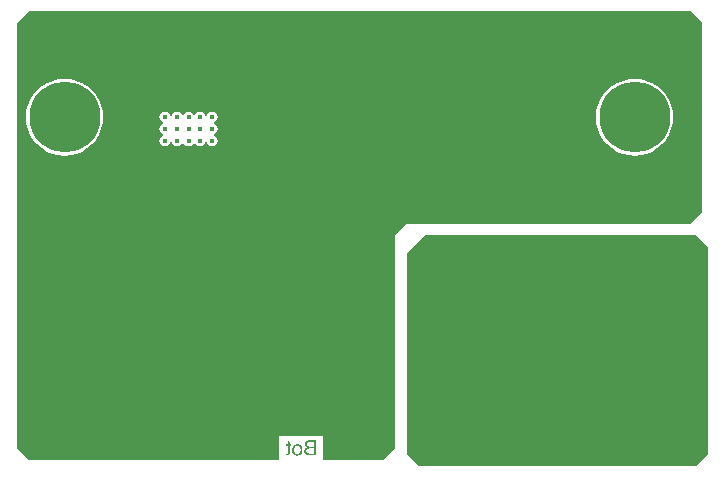
<source format=gbl>
G04*
G04 #@! TF.GenerationSoftware,Altium Limited,Altium Designer,20.0.2 (26)*
G04*
G04 Layer_Physical_Order=2*
G04 Layer_Color=16711680*
%FSLAX25Y25*%
%MOIN*%
G70*
G01*
G75*
%ADD45C,0.23622*%
%ADD46C,0.02362*%
%ADD47C,0.01575*%
G36*
X232283Y149606D02*
Y86614D01*
X228346Y82677D01*
X133858D01*
X129921Y78740D01*
Y7874D01*
X125984Y3937D01*
X105905D01*
X105905Y11811D01*
X91339D01*
X91339Y3937D01*
X7874D01*
X3937Y7874D01*
Y149606D01*
X7874Y153543D01*
X228346D01*
X232283Y149606D01*
D02*
G37*
G36*
X234252Y74803D02*
Y5906D01*
X230315Y1969D01*
X137795D01*
X133858Y5906D01*
Y72835D01*
X139764Y78740D01*
X230315D01*
X234252Y74803D01*
D02*
G37*
G36*
X94745Y9955D02*
Y9051D01*
X95205D01*
Y8569D01*
X94745D01*
Y6455D01*
Y6353D01*
Y6266D01*
X94738Y6186D01*
X94731Y6106D01*
Y6040D01*
X94724Y5982D01*
X94709Y5887D01*
X94695Y5814D01*
X94687Y5763D01*
X94673Y5734D01*
Y5726D01*
X94643Y5661D01*
X94600Y5610D01*
X94556Y5559D01*
X94520Y5522D01*
X94476Y5486D01*
X94447Y5464D01*
X94425Y5449D01*
X94418Y5442D01*
X94337Y5406D01*
X94257Y5384D01*
X94170Y5362D01*
X94082Y5355D01*
X94009Y5347D01*
X93951Y5340D01*
X93893D01*
X93732Y5347D01*
X93652Y5355D01*
X93579Y5369D01*
X93514Y5376D01*
X93463Y5384D01*
X93433Y5391D01*
X93419D01*
X93499Y5938D01*
X93557Y5931D01*
X93616Y5923D01*
X93667D01*
X93703Y5916D01*
X93776D01*
X93871Y5923D01*
X93936Y5938D01*
X93973Y5952D01*
X93987Y5960D01*
X94038Y5996D01*
X94068Y6033D01*
X94089Y6062D01*
X94097Y6076D01*
X94104Y6113D01*
X94111Y6164D01*
X94119Y6280D01*
X94126Y6331D01*
Y6375D01*
Y6404D01*
Y6419D01*
Y8569D01*
X93499D01*
Y9051D01*
X94126D01*
Y10326D01*
X94745Y9955D01*
D02*
G37*
G36*
X103421Y5391D02*
X101496D01*
X101321Y5398D01*
X101168Y5406D01*
X101030Y5420D01*
X100913Y5435D01*
X100818Y5449D01*
X100745Y5457D01*
X100701Y5471D01*
X100687D01*
X100563Y5508D01*
X100461Y5544D01*
X100366Y5588D01*
X100286Y5632D01*
X100220Y5661D01*
X100169Y5690D01*
X100140Y5712D01*
X100133Y5719D01*
X100053Y5785D01*
X99980Y5865D01*
X99921Y5945D01*
X99863Y6018D01*
X99819Y6091D01*
X99790Y6142D01*
X99768Y6178D01*
X99761Y6193D01*
X99710Y6310D01*
X99674Y6426D01*
X99644Y6536D01*
X99630Y6638D01*
X99615Y6725D01*
X99608Y6798D01*
Y6842D01*
Y6849D01*
Y6856D01*
X99615Y7017D01*
X99644Y7163D01*
X99688Y7287D01*
X99732Y7403D01*
X99776Y7491D01*
X99819Y7556D01*
X99849Y7600D01*
X99856Y7615D01*
X99958Y7731D01*
X100067Y7826D01*
X100191Y7906D01*
X100301Y7972D01*
X100403Y8023D01*
X100490Y8052D01*
X100519Y8066D01*
X100541Y8074D01*
X100556Y8081D01*
X100563D01*
X100439Y8154D01*
X100330Y8227D01*
X100242Y8307D01*
X100169Y8380D01*
X100111Y8438D01*
X100067Y8497D01*
X100045Y8526D01*
X100038Y8540D01*
X99980Y8650D01*
X99936Y8752D01*
X99900Y8854D01*
X99878Y8949D01*
X99863Y9029D01*
X99856Y9094D01*
Y9131D01*
Y9145D01*
X99863Y9269D01*
X99885Y9393D01*
X99921Y9503D01*
X99958Y9605D01*
X99994Y9692D01*
X100031Y9751D01*
X100053Y9794D01*
X100060Y9809D01*
X100140Y9918D01*
X100228Y10020D01*
X100322Y10100D01*
X100410Y10166D01*
X100483Y10217D01*
X100548Y10254D01*
X100592Y10275D01*
X100599Y10283D01*
X100607D01*
X100745Y10334D01*
X100898Y10370D01*
X101051Y10399D01*
X101197Y10414D01*
X101328Y10428D01*
X101387D01*
X101438Y10436D01*
X103421D01*
Y5391D01*
D02*
G37*
G36*
X97414Y9123D02*
X97530Y9116D01*
X97756Y9065D01*
X97953Y9000D01*
X98041Y8963D01*
X98121Y8927D01*
X98194Y8890D01*
X98252Y8854D01*
X98310Y8817D01*
X98354Y8788D01*
X98391Y8759D01*
X98420Y8737D01*
X98434Y8730D01*
X98442Y8723D01*
X98544Y8628D01*
X98624Y8518D01*
X98704Y8402D01*
X98762Y8285D01*
X98821Y8161D01*
X98864Y8030D01*
X98901Y7906D01*
X98930Y7790D01*
X98959Y7673D01*
X98974Y7571D01*
X98988Y7469D01*
X98996Y7389D01*
Y7316D01*
X99003Y7265D01*
Y7235D01*
Y7221D01*
X98996Y7053D01*
X98981Y6893D01*
X98959Y6747D01*
X98930Y6609D01*
X98894Y6485D01*
X98857Y6368D01*
X98813Y6259D01*
X98770Y6164D01*
X98726Y6076D01*
X98682Y6003D01*
X98646Y5945D01*
X98609Y5894D01*
X98580Y5850D01*
X98558Y5821D01*
X98544Y5807D01*
X98536Y5799D01*
X98442Y5712D01*
X98347Y5639D01*
X98245Y5573D01*
X98143Y5515D01*
X98041Y5471D01*
X97931Y5427D01*
X97734Y5369D01*
X97647Y5355D01*
X97559Y5340D01*
X97487Y5325D01*
X97421Y5318D01*
X97363Y5311D01*
X97290D01*
X97115Y5318D01*
X96954Y5347D01*
X96801Y5384D01*
X96677Y5420D01*
X96568Y5464D01*
X96524Y5478D01*
X96488Y5493D01*
X96451Y5508D01*
X96430Y5522D01*
X96422Y5530D01*
X96415D01*
X96269Y5624D01*
X96145Y5726D01*
X96036Y5829D01*
X95948Y5931D01*
X95883Y6018D01*
X95832Y6091D01*
X95817Y6120D01*
X95803Y6142D01*
X95795Y6149D01*
Y6157D01*
X95722Y6324D01*
X95671Y6506D01*
X95628Y6689D01*
X95606Y6871D01*
X95591Y6951D01*
Y7024D01*
X95584Y7097D01*
X95577Y7155D01*
Y7206D01*
Y7243D01*
Y7265D01*
Y7272D01*
X95584Y7432D01*
X95599Y7578D01*
X95620Y7717D01*
X95649Y7848D01*
X95686Y7972D01*
X95730Y8081D01*
X95773Y8190D01*
X95817Y8278D01*
X95861Y8358D01*
X95905Y8431D01*
X95948Y8497D01*
X95985Y8548D01*
X96014Y8584D01*
X96036Y8613D01*
X96051Y8628D01*
X96058Y8635D01*
X96153Y8723D01*
X96247Y8795D01*
X96349Y8868D01*
X96451Y8919D01*
X96553Y8970D01*
X96655Y9007D01*
X96852Y9072D01*
X96947Y9087D01*
X97027Y9102D01*
X97100Y9116D01*
X97166Y9123D01*
X97217Y9131D01*
X97290D01*
X97414Y9123D01*
D02*
G37*
%LPC*%
G36*
X68898Y119933D02*
X68200Y119794D01*
X67609Y119399D01*
X67214Y118808D01*
X67184Y118657D01*
X66674D01*
X66644Y118808D01*
X66249Y119399D01*
X65658Y119794D01*
X64961Y119933D01*
X64263Y119794D01*
X63672Y119399D01*
X63277Y118808D01*
X63247Y118657D01*
X62737D01*
X62707Y118808D01*
X62312Y119399D01*
X61721Y119794D01*
X61024Y119933D01*
X60326Y119794D01*
X59735Y119399D01*
X59340Y118808D01*
X59310Y118657D01*
X58800D01*
X58770Y118808D01*
X58375Y119399D01*
X57784Y119794D01*
X57087Y119933D01*
X56389Y119794D01*
X55798Y119399D01*
X55403Y118808D01*
X55373Y118657D01*
X54863D01*
X54833Y118808D01*
X54438Y119399D01*
X53847Y119794D01*
X53150Y119933D01*
X52452Y119794D01*
X51861Y119399D01*
X51466Y118808D01*
X51327Y118110D01*
X51466Y117413D01*
X51861Y116822D01*
X52452Y116427D01*
X52602Y116397D01*
Y115887D01*
X52452Y115857D01*
X51861Y115462D01*
X51466Y114871D01*
X51327Y114173D01*
X51466Y113476D01*
X51861Y112885D01*
X52452Y112489D01*
X52602Y112460D01*
Y111950D01*
X52452Y111920D01*
X51861Y111525D01*
X51466Y110934D01*
X51327Y110236D01*
X51466Y109539D01*
X51861Y108948D01*
X52452Y108553D01*
X53150Y108414D01*
X53847Y108553D01*
X54438Y108948D01*
X54833Y109539D01*
X54863Y109689D01*
X55373D01*
X55403Y109539D01*
X55798Y108948D01*
X56389Y108553D01*
X57087Y108414D01*
X57784Y108553D01*
X58375Y108948D01*
X58770Y109539D01*
X58800Y109689D01*
X59310D01*
X59340Y109539D01*
X59735Y108948D01*
X60326Y108553D01*
X61024Y108414D01*
X61721Y108553D01*
X62312Y108948D01*
X62707Y109539D01*
X62737Y109689D01*
X63247D01*
X63277Y109539D01*
X63672Y108948D01*
X64263Y108553D01*
X64961Y108414D01*
X65658Y108553D01*
X66249Y108948D01*
X66644Y109539D01*
X66674Y109689D01*
X67184D01*
X67214Y109539D01*
X67609Y108948D01*
X68200Y108553D01*
X68898Y108414D01*
X69595Y108553D01*
X70186Y108948D01*
X70581Y109539D01*
X70720Y110236D01*
X70581Y110934D01*
X70186Y111525D01*
X69595Y111920D01*
X69445Y111950D01*
Y112460D01*
X69595Y112489D01*
X70186Y112885D01*
X70581Y113476D01*
X70720Y114173D01*
X70581Y114871D01*
X70186Y115462D01*
X69595Y115857D01*
X69445Y115887D01*
Y116397D01*
X69595Y116427D01*
X70186Y116822D01*
X70581Y117413D01*
X70720Y118110D01*
X70581Y118808D01*
X70186Y119399D01*
X69595Y119794D01*
X68898Y119933D01*
D02*
G37*
G36*
X209700Y130961D02*
X207690Y130803D01*
X205729Y130332D01*
X203866Y129560D01*
X202147Y128507D01*
X200613Y127197D01*
X199304Y125664D01*
X198250Y123944D01*
X197478Y122081D01*
X197008Y120121D01*
X196849Y118110D01*
X197008Y116100D01*
X197478Y114139D01*
X198250Y112276D01*
X199304Y110557D01*
X200613Y109023D01*
X202147Y107714D01*
X203866Y106660D01*
X205729Y105889D01*
X207690Y105418D01*
X209700Y105260D01*
X211710Y105418D01*
X213671Y105889D01*
X215534Y106660D01*
X217253Y107714D01*
X218787Y109023D01*
X220096Y110557D01*
X221150Y112276D01*
X221922Y114139D01*
X222392Y116100D01*
X222551Y118110D01*
X222392Y120121D01*
X221922Y122081D01*
X221150Y123944D01*
X220096Y125664D01*
X218787Y127197D01*
X217253Y128507D01*
X215534Y129560D01*
X213671Y130332D01*
X211710Y130803D01*
X209700Y130961D01*
D02*
G37*
G36*
X19685D02*
X17675Y130803D01*
X15714Y130332D01*
X13851Y129560D01*
X12132Y128507D01*
X10598Y127197D01*
X9289Y125664D01*
X8235Y123944D01*
X7463Y122081D01*
X6993Y120121D01*
X6834Y118110D01*
X6993Y116100D01*
X7463Y114139D01*
X8235Y112276D01*
X9289Y110557D01*
X10598Y109023D01*
X12132Y107714D01*
X13851Y106660D01*
X15714Y105889D01*
X17675Y105418D01*
X19685Y105260D01*
X21695Y105418D01*
X23656Y105889D01*
X25519Y106660D01*
X27239Y107714D01*
X28772Y109023D01*
X30081Y110557D01*
X31135Y112276D01*
X31907Y114139D01*
X32377Y116100D01*
X32536Y118110D01*
X32377Y120121D01*
X31907Y122081D01*
X31135Y123944D01*
X30081Y125664D01*
X28772Y127197D01*
X27239Y128507D01*
X25519Y129560D01*
X23656Y130332D01*
X21695Y130803D01*
X19685Y130961D01*
D02*
G37*
G36*
X102750Y9838D02*
X101554D01*
X101394Y9823D01*
X101270Y9816D01*
X101161Y9802D01*
X101081Y9787D01*
X101030Y9780D01*
X100993Y9765D01*
X100986D01*
X100906Y9736D01*
X100833Y9692D01*
X100774Y9648D01*
X100723Y9605D01*
X100687Y9568D01*
X100658Y9532D01*
X100643Y9510D01*
X100636Y9503D01*
X100592Y9430D01*
X100563Y9357D01*
X100541Y9284D01*
X100526Y9211D01*
X100519Y9153D01*
X100512Y9109D01*
Y9080D01*
Y9065D01*
X100519Y8970D01*
X100534Y8883D01*
X100556Y8810D01*
X100577Y8752D01*
X100599Y8701D01*
X100621Y8657D01*
X100636Y8635D01*
X100643Y8628D01*
X100694Y8569D01*
X100760Y8511D01*
X100825Y8467D01*
X100884Y8438D01*
X100942Y8409D01*
X100986Y8387D01*
X101015Y8380D01*
X101030Y8373D01*
X101110Y8358D01*
X101212Y8343D01*
X101314Y8336D01*
X101416Y8329D01*
X101511Y8322D01*
X102750D01*
Y9838D01*
D02*
G37*
G36*
Y7724D02*
X101423D01*
X101270Y7709D01*
X101146Y7695D01*
X101044Y7680D01*
X100964Y7666D01*
X100898Y7651D01*
X100869Y7644D01*
X100855Y7636D01*
X100760Y7600D01*
X100680Y7556D01*
X100607Y7505D01*
X100548Y7454D01*
X100505Y7410D01*
X100476Y7374D01*
X100454Y7345D01*
X100446Y7338D01*
X100395Y7257D01*
X100359Y7177D01*
X100330Y7097D01*
X100315Y7024D01*
X100301Y6958D01*
X100293Y6900D01*
Y6871D01*
Y6856D01*
X100301Y6769D01*
X100308Y6681D01*
X100322Y6609D01*
X100344Y6550D01*
X100366Y6499D01*
X100381Y6455D01*
X100388Y6434D01*
X100395Y6426D01*
X100439Y6361D01*
X100476Y6302D01*
X100526Y6259D01*
X100563Y6215D01*
X100599Y6186D01*
X100629Y6164D01*
X100650Y6149D01*
X100658Y6142D01*
X100782Y6084D01*
X100906Y6040D01*
X100957Y6025D01*
X101000Y6018D01*
X101030Y6011D01*
X101037D01*
X101095Y6003D01*
X101161Y5996D01*
X101314Y5989D01*
X102750D01*
Y7724D01*
D02*
G37*
G36*
X97334Y8620D02*
X97290D01*
X97202Y8613D01*
X97122Y8606D01*
X96976Y8569D01*
X96845Y8511D01*
X96736Y8446D01*
X96648Y8380D01*
X96583Y8329D01*
X96539Y8285D01*
X96524Y8278D01*
Y8271D01*
X96466Y8205D01*
X96422Y8125D01*
X96342Y7964D01*
X96284Y7790D01*
X96247Y7629D01*
X96225Y7476D01*
X96218Y7410D01*
Y7352D01*
X96211Y7308D01*
Y7272D01*
Y7250D01*
Y7243D01*
Y7112D01*
X96225Y6988D01*
X96240Y6878D01*
X96262Y6769D01*
X96284Y6674D01*
X96313Y6587D01*
X96335Y6506D01*
X96364Y6434D01*
X96393Y6375D01*
X96422Y6317D01*
X96451Y6273D01*
X96473Y6237D01*
X96495Y6208D01*
X96510Y6186D01*
X96517Y6178D01*
X96524Y6171D01*
X96583Y6113D01*
X96648Y6054D01*
X96772Y5967D01*
X96903Y5909D01*
X97020Y5865D01*
X97129Y5843D01*
X97210Y5829D01*
X97246Y5821D01*
X97290D01*
X97377Y5829D01*
X97457Y5836D01*
X97610Y5872D01*
X97742Y5931D01*
X97851Y5996D01*
X97939Y6054D01*
X98004Y6113D01*
X98048Y6149D01*
X98055Y6164D01*
X98062D01*
X98114Y6237D01*
X98164Y6310D01*
X98238Y6477D01*
X98296Y6652D01*
X98332Y6827D01*
X98354Y6980D01*
X98361Y7046D01*
Y7104D01*
X98369Y7155D01*
Y7192D01*
Y7214D01*
Y7221D01*
X98361Y7345D01*
X98354Y7469D01*
X98339Y7578D01*
X98318Y7680D01*
X98296Y7775D01*
X98274Y7862D01*
X98245Y7935D01*
X98216Y8008D01*
X98186Y8066D01*
X98157Y8125D01*
X98135Y8169D01*
X98114Y8205D01*
X98092Y8234D01*
X98077Y8256D01*
X98062Y8263D01*
Y8271D01*
X98004Y8329D01*
X97939Y8387D01*
X97815Y8475D01*
X97683Y8533D01*
X97559Y8577D01*
X97450Y8606D01*
X97370Y8613D01*
X97334Y8620D01*
D02*
G37*
%LPD*%
D45*
X209700Y34300D02*
D03*
Y118110D02*
D03*
X19685Y34300D02*
D03*
Y118110D02*
D03*
D46*
X228347Y98425D02*
D03*
X230315Y94488D02*
D03*
X228347Y90551D02*
D03*
X230315Y86614D02*
D03*
X224410Y98425D02*
D03*
X226378Y94488D02*
D03*
X224410Y90551D02*
D03*
X226378Y86614D02*
D03*
X220473Y98425D02*
D03*
X222441Y94488D02*
D03*
X220473Y90551D02*
D03*
X222441Y86614D02*
D03*
X216536Y98425D02*
D03*
X218504Y94488D02*
D03*
X216536Y90551D02*
D03*
X218504Y86614D02*
D03*
X212599Y98425D02*
D03*
X214567Y94488D02*
D03*
X212599Y90551D02*
D03*
X214567Y86614D02*
D03*
X208662Y98425D02*
D03*
X210630Y94488D02*
D03*
X208662Y90551D02*
D03*
X210630Y86614D02*
D03*
X204725Y98425D02*
D03*
X206693Y94488D02*
D03*
X204725Y90551D02*
D03*
X206693Y86614D02*
D03*
X200788Y98425D02*
D03*
X202756Y94488D02*
D03*
X200788Y90551D02*
D03*
X202756Y86614D02*
D03*
X196851Y98425D02*
D03*
X198819Y94488D02*
D03*
X196851Y90551D02*
D03*
X198819Y86614D02*
D03*
X192914Y98425D02*
D03*
X194882Y94488D02*
D03*
X192914Y90551D02*
D03*
X194882Y86614D02*
D03*
X190945Y94488D02*
D03*
X188977Y90551D02*
D03*
X190945Y86614D02*
D03*
X185040Y90551D02*
D03*
X187008Y86614D02*
D03*
X181103Y90551D02*
D03*
X183071Y86614D02*
D03*
X177166Y90551D02*
D03*
X179134Y86614D02*
D03*
X173229Y90551D02*
D03*
X175197Y86614D02*
D03*
X169292Y90551D02*
D03*
X171260Y86614D02*
D03*
X165355Y90551D02*
D03*
X167323Y86614D02*
D03*
X161418Y90551D02*
D03*
X163386Y86614D02*
D03*
X157481Y90551D02*
D03*
X159449Y86614D02*
D03*
X153544Y90551D02*
D03*
X155512Y86614D02*
D03*
X149607Y98425D02*
D03*
X151575Y94488D02*
D03*
X149607Y90551D02*
D03*
X151575Y86614D02*
D03*
X127953Y31496D02*
D03*
X125985Y27559D02*
D03*
X127953Y23622D02*
D03*
X125985Y19685D02*
D03*
X127953Y15748D02*
D03*
X125985Y11811D02*
D03*
X124016Y31496D02*
D03*
X122048Y27559D02*
D03*
X124016Y23622D02*
D03*
X122048Y19685D02*
D03*
X124016Y15748D02*
D03*
X122048Y11811D02*
D03*
X120079Y31496D02*
D03*
X118111Y27559D02*
D03*
X120079Y23622D02*
D03*
X118111Y19685D02*
D03*
X120079Y15748D02*
D03*
X118111Y11811D02*
D03*
X116142Y31496D02*
D03*
X114173Y27559D02*
D03*
X116142Y23622D02*
D03*
X114173Y19685D02*
D03*
X116142Y15748D02*
D03*
X114173Y11811D02*
D03*
X110237Y43307D02*
D03*
Y35433D02*
D03*
X112205Y31496D02*
D03*
X110237Y27559D02*
D03*
X112205Y23622D02*
D03*
X110237Y19685D02*
D03*
X112205Y15748D02*
D03*
X110237Y11811D02*
D03*
X106299Y59055D02*
D03*
Y51181D02*
D03*
Y43307D02*
D03*
X108268Y39370D02*
D03*
X106299Y35433D02*
D03*
X108268Y31496D02*
D03*
X106299Y27559D02*
D03*
X108268Y23622D02*
D03*
X106299Y19685D02*
D03*
X108268Y15748D02*
D03*
X104331Y62992D02*
D03*
X102363Y59055D02*
D03*
X104331Y55118D02*
D03*
X102363Y51181D02*
D03*
X104331Y47244D02*
D03*
X102363Y43307D02*
D03*
X104331Y39370D02*
D03*
X102363Y35433D02*
D03*
X104331Y31496D02*
D03*
X102363Y27559D02*
D03*
X104331Y23622D02*
D03*
X102363Y19685D02*
D03*
X104331Y15748D02*
D03*
X100394Y55118D02*
D03*
X98426Y51181D02*
D03*
X100394Y47244D02*
D03*
X98426Y43307D02*
D03*
X100394Y39370D02*
D03*
X98426Y35433D02*
D03*
X100394Y31496D02*
D03*
X98426Y27559D02*
D03*
X100394Y23622D02*
D03*
X98426Y19685D02*
D03*
X100394Y15748D02*
D03*
X96457Y55118D02*
D03*
Y47244D02*
D03*
X94489Y43307D02*
D03*
X96457Y39370D02*
D03*
X94489Y35433D02*
D03*
X96457Y31496D02*
D03*
X94489Y27559D02*
D03*
X96457Y23622D02*
D03*
X94489Y19685D02*
D03*
X96457Y15748D02*
D03*
X92520Y55118D02*
D03*
X90552Y43307D02*
D03*
X92520Y39370D02*
D03*
Y31496D02*
D03*
X90552Y27559D02*
D03*
X92520Y23622D02*
D03*
X90552Y19685D02*
D03*
X92520Y15748D02*
D03*
X86615Y59055D02*
D03*
X88583Y55118D02*
D03*
X86615Y43307D02*
D03*
X88583Y31496D02*
D03*
X86615Y27559D02*
D03*
X88583Y23622D02*
D03*
X86615Y19685D02*
D03*
X88583Y15748D02*
D03*
X86615Y11811D02*
D03*
X84646Y55118D02*
D03*
X82677Y43307D02*
D03*
X84646Y31496D02*
D03*
X82677Y27559D02*
D03*
X84646Y23622D02*
D03*
X82677Y19685D02*
D03*
X84646Y15748D02*
D03*
X82677Y11811D02*
D03*
X80709Y55118D02*
D03*
X78740Y43307D02*
D03*
X80709Y31496D02*
D03*
X78740Y27559D02*
D03*
X80709Y23622D02*
D03*
X78740Y19685D02*
D03*
X80709Y15748D02*
D03*
X78740Y11811D02*
D03*
X76772Y55118D02*
D03*
X74803Y43307D02*
D03*
X76772Y31496D02*
D03*
X74803Y27559D02*
D03*
X76772Y23622D02*
D03*
X74803Y19685D02*
D03*
X76772Y15748D02*
D03*
X74803Y11811D02*
D03*
X70866Y59055D02*
D03*
X72835Y55118D02*
D03*
X70866Y43307D02*
D03*
X72835Y31496D02*
D03*
X70866Y27559D02*
D03*
X72835Y23622D02*
D03*
X70866Y19685D02*
D03*
X72835Y15748D02*
D03*
X70866Y11811D02*
D03*
X68898Y62992D02*
D03*
X66929Y59055D02*
D03*
X68898Y55118D02*
D03*
X66929Y43307D02*
D03*
X68898Y31496D02*
D03*
Y23622D02*
D03*
Y15748D02*
D03*
X64961Y62992D02*
D03*
X62992Y59055D02*
D03*
X64961Y55118D02*
D03*
X62992Y43307D02*
D03*
X64961Y31496D02*
D03*
X61024Y62992D02*
D03*
X59055Y59055D02*
D03*
X61024Y55118D02*
D03*
X59055Y43307D02*
D03*
X61024Y31496D02*
D03*
X57087Y62992D02*
D03*
X55118Y59055D02*
D03*
X57087Y55118D02*
D03*
X55118Y43307D02*
D03*
X57087Y31496D02*
D03*
X53150Y62992D02*
D03*
X51181Y59055D02*
D03*
X53150Y55118D02*
D03*
X51181Y51181D02*
D03*
X53150Y47244D02*
D03*
X51181Y43307D02*
D03*
X53150Y39370D02*
D03*
Y31496D02*
D03*
X49213Y62992D02*
D03*
X47244Y59055D02*
D03*
X49213Y55118D02*
D03*
X47244Y51181D02*
D03*
X49213Y47244D02*
D03*
X47244Y43307D02*
D03*
X49213Y39370D02*
D03*
Y31496D02*
D03*
X45276Y62992D02*
D03*
X43307Y59055D02*
D03*
X45276Y55118D02*
D03*
X43307Y51181D02*
D03*
Y43307D02*
D03*
X45276Y39370D02*
D03*
X43307Y35433D02*
D03*
X45276Y31496D02*
D03*
X43307Y19685D02*
D03*
X41339Y62992D02*
D03*
X39370Y59055D02*
D03*
X41339Y55118D02*
D03*
Y47244D02*
D03*
X39370Y35433D02*
D03*
X41339Y31496D02*
D03*
X39370Y27559D02*
D03*
X41339Y23622D02*
D03*
X39370Y19685D02*
D03*
X41339Y15748D02*
D03*
X39370Y11811D02*
D03*
X35433Y59055D02*
D03*
Y51181D02*
D03*
X37402Y47244D02*
D03*
X35433Y43307D02*
D03*
X37402Y39370D02*
D03*
X35433Y35433D02*
D03*
X37402Y31496D02*
D03*
X35433Y27559D02*
D03*
X37402Y23622D02*
D03*
X35433Y19685D02*
D03*
X37402Y15748D02*
D03*
X35433Y11811D02*
D03*
X33465Y62992D02*
D03*
X31496Y59055D02*
D03*
X33465Y55118D02*
D03*
X31496Y43307D02*
D03*
X33465Y39370D02*
D03*
Y31496D02*
D03*
Y23622D02*
D03*
X31496Y19685D02*
D03*
X33465Y15748D02*
D03*
X31496Y11811D02*
D03*
X27559Y59055D02*
D03*
Y51181D02*
D03*
X29528Y47244D02*
D03*
Y23622D02*
D03*
X27559Y19685D02*
D03*
X29528Y15748D02*
D03*
X27559Y11811D02*
D03*
X25591Y62992D02*
D03*
X23622Y59055D02*
D03*
X25591Y55118D02*
D03*
X23622Y51181D02*
D03*
X25591Y47244D02*
D03*
X23622Y19685D02*
D03*
X25591Y15748D02*
D03*
X23622Y11811D02*
D03*
X21654Y62992D02*
D03*
X19685Y59055D02*
D03*
X21654Y55118D02*
D03*
X19685Y51181D02*
D03*
Y19685D02*
D03*
X21654Y15748D02*
D03*
X19685Y11811D02*
D03*
X17717Y62992D02*
D03*
X15748Y59055D02*
D03*
X17717Y55118D02*
D03*
X15748Y51181D02*
D03*
Y19685D02*
D03*
X17717Y15748D02*
D03*
X15748Y11811D02*
D03*
X13780Y62992D02*
D03*
X11811Y59055D02*
D03*
X13780Y55118D02*
D03*
X11811Y51181D02*
D03*
X13780Y47244D02*
D03*
X11811Y19685D02*
D03*
X13780Y15748D02*
D03*
X11811Y11811D02*
D03*
X232284Y70866D02*
D03*
Y62992D02*
D03*
Y55118D02*
D03*
Y47244D02*
D03*
Y39370D02*
D03*
Y31496D02*
D03*
Y23622D02*
D03*
Y15748D02*
D03*
Y7874D02*
D03*
X230315Y74803D02*
D03*
X228347Y70866D02*
D03*
X230315Y66929D02*
D03*
X228347Y62992D02*
D03*
X230315Y59055D02*
D03*
X228347Y55118D02*
D03*
X230315Y51181D02*
D03*
X228347Y47244D02*
D03*
X230315Y43307D02*
D03*
X228347Y39370D02*
D03*
X230315Y35433D02*
D03*
X228347Y31496D02*
D03*
X230315Y27559D02*
D03*
X228347Y23622D02*
D03*
X230315Y19685D02*
D03*
X228347Y15748D02*
D03*
X230315Y11811D02*
D03*
X228347Y7874D02*
D03*
X226378Y74803D02*
D03*
X224410Y70866D02*
D03*
X226378Y66929D02*
D03*
X224410Y62992D02*
D03*
X226378Y59055D02*
D03*
X224410Y55118D02*
D03*
X226378Y51181D02*
D03*
X224410Y47244D02*
D03*
X226378Y43307D02*
D03*
X224410Y39370D02*
D03*
X226378Y35433D02*
D03*
X224410Y31496D02*
D03*
X226378Y27559D02*
D03*
X224410Y23622D02*
D03*
X226378Y19685D02*
D03*
X224410Y15748D02*
D03*
X226378Y11811D02*
D03*
X224410Y7874D02*
D03*
X222441Y74803D02*
D03*
X220473Y70866D02*
D03*
X222441Y66929D02*
D03*
X220473Y62992D02*
D03*
X222441Y59055D02*
D03*
X220473Y55118D02*
D03*
X222441Y51181D02*
D03*
X220473Y47244D02*
D03*
X222441Y43307D02*
D03*
Y27559D02*
D03*
X220473Y23622D02*
D03*
X222441Y19685D02*
D03*
X220473Y15748D02*
D03*
X222441Y11811D02*
D03*
X220473Y7874D02*
D03*
X218504Y74803D02*
D03*
X216536Y70866D02*
D03*
X218504Y66929D02*
D03*
X216536Y62992D02*
D03*
X218504Y59055D02*
D03*
X216536Y55118D02*
D03*
X218504Y51181D02*
D03*
X216536Y47244D02*
D03*
X218504Y19685D02*
D03*
X216536Y15748D02*
D03*
X218504Y11811D02*
D03*
X216536Y7874D02*
D03*
X214567Y74803D02*
D03*
X212599Y70866D02*
D03*
X214567Y66929D02*
D03*
X212599Y62992D02*
D03*
X214567Y59055D02*
D03*
X212599Y55118D02*
D03*
X214567Y51181D02*
D03*
Y19685D02*
D03*
X212599Y15748D02*
D03*
X214567Y11811D02*
D03*
X212599Y7874D02*
D03*
X210630Y74803D02*
D03*
X208662Y70866D02*
D03*
X210630Y66929D02*
D03*
X208662Y62992D02*
D03*
X210630Y59055D02*
D03*
X208662Y55118D02*
D03*
X210630Y51181D02*
D03*
Y19685D02*
D03*
X208662Y15748D02*
D03*
X210630Y11811D02*
D03*
X208662Y7874D02*
D03*
X206693Y74803D02*
D03*
X204725Y70866D02*
D03*
X206693Y66929D02*
D03*
X204725Y62992D02*
D03*
X206693Y59055D02*
D03*
X204725Y55118D02*
D03*
X206693Y51181D02*
D03*
Y19685D02*
D03*
X204725Y15748D02*
D03*
X206693Y11811D02*
D03*
X204725Y7874D02*
D03*
X202756Y74803D02*
D03*
X200788Y70866D02*
D03*
X202756Y66929D02*
D03*
X200788Y62992D02*
D03*
X202756Y59055D02*
D03*
X200788Y55118D02*
D03*
X202756Y51181D02*
D03*
X200788Y47244D02*
D03*
X202756Y19685D02*
D03*
X200788Y15748D02*
D03*
X202756Y11811D02*
D03*
X200788Y7874D02*
D03*
X198819Y74803D02*
D03*
X196851Y70866D02*
D03*
X198819Y66929D02*
D03*
X196851Y62992D02*
D03*
X198819Y59055D02*
D03*
X196851Y55118D02*
D03*
X198819Y51181D02*
D03*
X196851Y47244D02*
D03*
X198819Y43307D02*
D03*
X196851Y23622D02*
D03*
X198819Y19685D02*
D03*
X196851Y15748D02*
D03*
X198819Y11811D02*
D03*
X196851Y7874D02*
D03*
X194882Y74803D02*
D03*
X192914Y70866D02*
D03*
X194882Y66929D02*
D03*
X192914Y62992D02*
D03*
X194882Y59055D02*
D03*
X192914Y55118D02*
D03*
X194882Y51181D02*
D03*
X192914Y47244D02*
D03*
X194882Y43307D02*
D03*
X192914Y39370D02*
D03*
X194882Y35433D02*
D03*
X192914Y31496D02*
D03*
X194882Y27559D02*
D03*
X192914Y23622D02*
D03*
X194882Y19685D02*
D03*
X192914Y15748D02*
D03*
X194882Y11811D02*
D03*
X192914Y7874D02*
D03*
X190945Y74803D02*
D03*
X188977Y70866D02*
D03*
X190945Y66929D02*
D03*
X188977Y62992D02*
D03*
X190945Y59055D02*
D03*
X188977Y55118D02*
D03*
X190945Y51181D02*
D03*
X188977Y47244D02*
D03*
X190945Y43307D02*
D03*
X188977Y39370D02*
D03*
X190945Y35433D02*
D03*
X188977Y31496D02*
D03*
X190945Y27559D02*
D03*
X188977Y23622D02*
D03*
X190945Y19685D02*
D03*
X188977Y15748D02*
D03*
X190945Y11811D02*
D03*
X188977Y7874D02*
D03*
X187008Y74803D02*
D03*
X185040Y70866D02*
D03*
X187008Y66929D02*
D03*
X185040Y62992D02*
D03*
X187008Y59055D02*
D03*
X185040Y55118D02*
D03*
X187008Y51181D02*
D03*
X185040Y47244D02*
D03*
X187008Y43307D02*
D03*
X185040Y39370D02*
D03*
X187008Y35433D02*
D03*
X185040Y31496D02*
D03*
X187008Y27559D02*
D03*
X185040Y23622D02*
D03*
X187008Y19685D02*
D03*
X185040Y15748D02*
D03*
X187008Y11811D02*
D03*
X185040Y7874D02*
D03*
X183071Y74803D02*
D03*
X181103Y70866D02*
D03*
X183071Y66929D02*
D03*
X181103Y62992D02*
D03*
X183071Y59055D02*
D03*
X181103Y55118D02*
D03*
X183071Y51181D02*
D03*
X181103Y47244D02*
D03*
X183071Y43307D02*
D03*
X181103Y39370D02*
D03*
X183071Y35433D02*
D03*
X181103Y31496D02*
D03*
X183071Y27559D02*
D03*
X181103Y23622D02*
D03*
X183071Y19685D02*
D03*
X181103Y15748D02*
D03*
X183071Y11811D02*
D03*
X181103Y7874D02*
D03*
X179134Y74803D02*
D03*
X177166Y70866D02*
D03*
X179134Y19685D02*
D03*
X177166Y15748D02*
D03*
X179134Y11811D02*
D03*
X177166Y7874D02*
D03*
X175197Y74803D02*
D03*
X173229Y70866D02*
D03*
X175197Y19685D02*
D03*
X173229Y15748D02*
D03*
X175197Y11811D02*
D03*
X173229Y7874D02*
D03*
X171260Y74803D02*
D03*
X169292Y70866D02*
D03*
X171260Y19685D02*
D03*
X169292Y15748D02*
D03*
X171260Y11811D02*
D03*
X169292Y7874D02*
D03*
X167323Y74803D02*
D03*
X165355Y70866D02*
D03*
X167323Y19685D02*
D03*
X165355Y15748D02*
D03*
X167323Y11811D02*
D03*
X165355Y7874D02*
D03*
X163386Y74803D02*
D03*
X161418Y70866D02*
D03*
X163386Y19685D02*
D03*
X161418Y15748D02*
D03*
X163386Y11811D02*
D03*
X161418Y7874D02*
D03*
X159449Y74803D02*
D03*
X157481Y70866D02*
D03*
X159449Y19685D02*
D03*
X157481Y15748D02*
D03*
X159449Y11811D02*
D03*
X157481Y7874D02*
D03*
X155512Y74803D02*
D03*
X153544Y70866D02*
D03*
X155512Y19685D02*
D03*
X153544Y15748D02*
D03*
X155512Y11811D02*
D03*
X153544Y7874D02*
D03*
X151575Y74803D02*
D03*
X149607Y70866D02*
D03*
X151575Y19685D02*
D03*
X149607Y15748D02*
D03*
X151575Y11811D02*
D03*
X149607Y7874D02*
D03*
X147638Y74803D02*
D03*
X145670Y70866D02*
D03*
X147638Y19685D02*
D03*
X145670Y15748D02*
D03*
X147638Y11811D02*
D03*
X145670Y7874D02*
D03*
X143701Y74803D02*
D03*
X141733Y70866D02*
D03*
X143701Y19685D02*
D03*
X141733Y15748D02*
D03*
X143701Y11811D02*
D03*
X141733Y7874D02*
D03*
D47*
X120900Y96200D02*
D03*
X114600Y73800D02*
D03*
X139000Y92100D02*
D03*
X135600Y89000D02*
D03*
X136400Y108200D02*
D03*
X175197Y62992D02*
D03*
X143701Y27559D02*
D03*
X147638D02*
D03*
X175197Y59055D02*
D03*
Y55118D02*
D03*
Y51181D02*
D03*
Y47244D02*
D03*
Y43307D02*
D03*
Y39370D02*
D03*
Y35433D02*
D03*
Y31496D02*
D03*
Y27559D02*
D03*
X159449D02*
D03*
X155512D02*
D03*
X151575D02*
D03*
X163386D02*
D03*
Y31496D02*
D03*
Y35433D02*
D03*
Y39370D02*
D03*
Y43307D02*
D03*
X167323D02*
D03*
Y39370D02*
D03*
Y35433D02*
D03*
Y31496D02*
D03*
Y27559D02*
D03*
X171260Y43307D02*
D03*
Y39370D02*
D03*
Y35433D02*
D03*
Y31496D02*
D03*
Y27559D02*
D03*
X163386Y47244D02*
D03*
Y51181D02*
D03*
Y55118D02*
D03*
Y59055D02*
D03*
Y62992D02*
D03*
X167323D02*
D03*
Y59055D02*
D03*
Y55118D02*
D03*
Y51181D02*
D03*
Y47244D02*
D03*
X171260Y62992D02*
D03*
Y59055D02*
D03*
Y55118D02*
D03*
Y51181D02*
D03*
Y47244D02*
D03*
X143701Y39370D02*
D03*
X147638D02*
D03*
X151575D02*
D03*
X155512D02*
D03*
X159449D02*
D03*
Y35433D02*
D03*
X155512D02*
D03*
X151575D02*
D03*
X147638D02*
D03*
X143701D02*
D03*
X159449Y31496D02*
D03*
X155512D02*
D03*
X151575D02*
D03*
X147638D02*
D03*
X143701D02*
D03*
Y51181D02*
D03*
X147638D02*
D03*
X151575D02*
D03*
X155512D02*
D03*
X159449D02*
D03*
Y47244D02*
D03*
X155512D02*
D03*
X151575D02*
D03*
X147638D02*
D03*
X143701D02*
D03*
X159449Y43307D02*
D03*
X155512D02*
D03*
X151575D02*
D03*
X147638D02*
D03*
X143701D02*
D03*
Y62992D02*
D03*
X147638D02*
D03*
X151575D02*
D03*
X155512D02*
D03*
X159449D02*
D03*
Y59055D02*
D03*
X155512D02*
D03*
X151575D02*
D03*
X147638D02*
D03*
X143701D02*
D03*
X159449Y55118D02*
D03*
X155512D02*
D03*
X151575D02*
D03*
X147638D02*
D03*
X143701D02*
D03*
X53150Y110236D02*
D03*
X57087D02*
D03*
X61024D02*
D03*
X64961D02*
D03*
X68898D02*
D03*
X53150Y114173D02*
D03*
X57087D02*
D03*
X61024D02*
D03*
X64961D02*
D03*
X68898D02*
D03*
Y118110D02*
D03*
X64961D02*
D03*
X61024D02*
D03*
X57087D02*
D03*
X53150D02*
D03*
X37402Y84646D02*
D03*
X28500Y84388D02*
D03*
M02*

</source>
